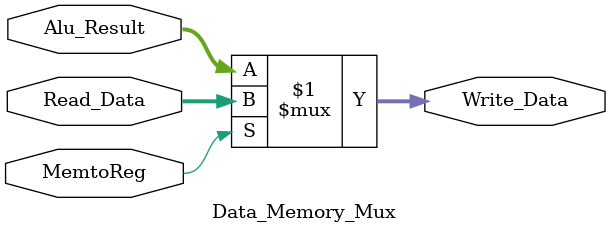
<source format=v>
module Data_Memory_Mux(
input [31:0] Read_Data,
input [31:0] Alu_Result,
input MemtoReg,
output [31:0] Write_Data
);
assign Write_Data =(MemtoReg)?Read_Data : Alu_Result;

endmodule

</source>
